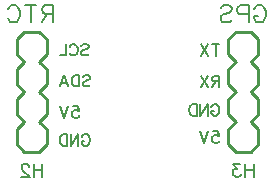
<source format=gbo>
G04 Layer: BottomSilkLayer*
G04 EasyEDA v6.2.46, 2019-12-29T14:25:18--8:00*
G04 8457726505304d7abae8730bc193fdbb,5a6822b0cf454a9ca4b08597ed48e8ef,10*
G04 Gerber Generator version 0.2*
G04 Scale: 100 percent, Rotated: No, Reflected: No *
G04 Dimensions in millimeters *
G04 leading zeros omitted , absolute positions ,3 integer and 3 decimal *
%FSLAX33Y33*%
%MOMM*%
G90*
G71D02*

%ADD10C,0.254000*%
%ADD16C,0.203200*%
%ADD17C,0.152400*%

%LPD*%
G54D10*
G01X22733Y17970D02*
G01X22098Y17335D01*
G01X22098Y16065D01*
G01X22733Y15430D01*
G01X24003Y15430D02*
G01X24638Y14795D01*
G01X24638Y13525D01*
G01X24003Y12890D01*
G01X22733Y15430D02*
G01X22098Y14795D01*
G01X22098Y13525D01*
G01X22733Y12890D01*
G01X24003Y20510D02*
G01X22733Y20510D01*
G01X24003Y12890D02*
G01X24638Y12255D01*
G01X24638Y10985D01*
G01X24003Y10350D01*
G01X22733Y12890D02*
G01X22098Y12255D01*
G01X22098Y10985D01*
G01X22733Y10350D01*
G01X24003Y10350D02*
G01X22733Y10350D01*
G01X24003Y20510D02*
G01X24638Y19875D01*
G01X24638Y18605D01*
G01X24003Y17970D01*
G01X22733Y20510D02*
G01X22098Y19875D01*
G01X22098Y18605D01*
G01X22733Y17970D01*
G01X24003Y17970D02*
G01X24638Y17335D01*
G01X24638Y16065D01*
G01X24003Y15430D01*
G01X41921Y12890D02*
G01X42556Y13525D01*
G01X42556Y14795D01*
G01X41921Y15430D01*
G01X40651Y15430D02*
G01X40016Y16065D01*
G01X40016Y17335D01*
G01X40651Y17970D01*
G01X41921Y15430D02*
G01X42556Y16065D01*
G01X42556Y17335D01*
G01X41921Y17970D01*
G01X40651Y10350D02*
G01X41921Y10350D01*
G01X40651Y17970D02*
G01X40016Y18605D01*
G01X40016Y19875D01*
G01X40651Y20510D01*
G01X41921Y17970D02*
G01X42556Y18605D01*
G01X42556Y19875D01*
G01X41921Y20510D01*
G01X40651Y20510D02*
G01X41921Y20510D01*
G01X40651Y10350D02*
G01X40016Y10985D01*
G01X40016Y12255D01*
G01X40651Y12890D01*
G01X41921Y10350D02*
G01X42556Y10985D01*
G01X42556Y12255D01*
G01X41921Y12890D01*
G01X40651Y12890D02*
G01X40016Y13525D01*
G01X40016Y14795D01*
G01X40651Y15430D01*
G54D17*
G01X24258Y9320D02*
G01X24258Y8230D01*
G01X23532Y9320D02*
G01X23532Y8230D01*
G01X24258Y8802D02*
G01X23532Y8802D01*
G01X23136Y9061D02*
G01X23136Y9114D01*
G01X23085Y9218D01*
G01X23031Y9269D01*
G01X22927Y9320D01*
G01X22722Y9320D01*
G01X22617Y9269D01*
G01X22564Y9218D01*
G01X22513Y9114D01*
G01X22513Y9010D01*
G01X22564Y8906D01*
G01X22668Y8748D01*
G01X23189Y8230D01*
G01X22460Y8230D01*
G01X42195Y9334D02*
G01X42195Y8244D01*
G01X41469Y9334D02*
G01X41469Y8244D01*
G01X42195Y8816D02*
G01X41469Y8816D01*
G01X41022Y9334D02*
G01X40450Y9334D01*
G01X40760Y8920D01*
G01X40605Y8920D01*
G01X40501Y8867D01*
G01X40450Y8816D01*
G01X40397Y8661D01*
G01X40397Y8557D01*
G01X40450Y8399D01*
G01X40554Y8295D01*
G01X40709Y8244D01*
G01X40864Y8244D01*
G01X41022Y8295D01*
G01X41073Y8348D01*
G01X41126Y8453D01*
G54D16*
G01X25175Y22733D02*
G01X25175Y21301D01*
G01X25175Y22733D02*
G01X24561Y22733D01*
G01X24357Y22664D01*
G01X24289Y22596D01*
G01X24220Y22460D01*
G01X24220Y22323D01*
G01X24289Y22187D01*
G01X24357Y22119D01*
G01X24561Y22051D01*
G01X25175Y22051D01*
G01X24698Y22051D02*
G01X24220Y21301D01*
G01X23293Y22733D02*
G01X23293Y21301D01*
G01X23770Y22733D02*
G01X22816Y22733D01*
G01X21343Y22392D02*
G01X21411Y22528D01*
G01X21548Y22664D01*
G01X21684Y22733D01*
G01X21957Y22733D01*
G01X22093Y22664D01*
G01X22229Y22528D01*
G01X22298Y22392D01*
G01X22366Y22187D01*
G01X22366Y21846D01*
G01X22298Y21642D01*
G01X22229Y21505D01*
G01X22093Y21369D01*
G01X21957Y21301D01*
G01X21684Y21301D01*
G01X21548Y21369D01*
G01X21411Y21505D01*
G01X21343Y21642D01*
G01X42179Y22392D02*
G01X42247Y22529D01*
G01X42384Y22664D01*
G01X42522Y22733D01*
G01X42793Y22733D01*
G01X42931Y22664D01*
G01X43065Y22529D01*
G01X43134Y22392D01*
G01X43202Y22186D01*
G01X43202Y21846D01*
G01X43134Y21643D01*
G01X43065Y21506D01*
G01X42931Y21369D01*
G01X42793Y21300D01*
G01X42522Y21300D01*
G01X42384Y21369D01*
G01X42247Y21506D01*
G01X42179Y21643D01*
G01X42179Y21846D01*
G01X42522Y21846D02*
G01X42179Y21846D01*
G01X41729Y22733D02*
G01X41729Y21300D01*
G01X41729Y22733D02*
G01X41117Y22733D01*
G01X40911Y22664D01*
G01X40843Y22595D01*
G01X40774Y22461D01*
G01X40774Y22255D01*
G01X40843Y22120D01*
G01X40911Y22052D01*
G01X41117Y21983D01*
G01X41729Y21983D01*
G01X39370Y22529D02*
G01X39507Y22664D01*
G01X39712Y22733D01*
G01X39984Y22733D01*
G01X40190Y22664D01*
G01X40325Y22529D01*
G01X40325Y22392D01*
G01X40256Y22255D01*
G01X40190Y22186D01*
G01X40053Y22120D01*
G01X39644Y21983D01*
G01X39507Y21915D01*
G01X39438Y21846D01*
G01X39370Y21709D01*
G01X39370Y21506D01*
G01X39507Y21369D01*
G01X39712Y21300D01*
G01X39984Y21300D01*
G01X40190Y21369D01*
G01X40325Y21506D01*
G01X27561Y19331D02*
G01X27653Y19423D01*
G01X27790Y19469D01*
G01X27973Y19469D01*
G01X28107Y19423D01*
G01X28199Y19331D01*
G01X28199Y19240D01*
G01X28153Y19149D01*
G01X28107Y19105D01*
G01X28016Y19060D01*
G01X27744Y18968D01*
G01X27653Y18923D01*
G01X27607Y18877D01*
G01X27561Y18785D01*
G01X27561Y18651D01*
G01X27653Y18559D01*
G01X27790Y18514D01*
G01X27973Y18514D01*
G01X28107Y18559D01*
G01X28199Y18651D01*
G01X26581Y19240D02*
G01X26626Y19331D01*
G01X26718Y19423D01*
G01X26807Y19469D01*
G01X26990Y19469D01*
G01X27081Y19423D01*
G01X27173Y19331D01*
G01X27216Y19240D01*
G01X27261Y19105D01*
G01X27261Y18877D01*
G01X27216Y18740D01*
G01X27173Y18651D01*
G01X27081Y18559D01*
G01X26990Y18514D01*
G01X26807Y18514D01*
G01X26718Y18559D01*
G01X26626Y18651D01*
G01X26581Y18740D01*
G01X26281Y19469D02*
G01X26281Y18514D01*
G01X26281Y18514D02*
G01X25735Y18514D01*
G01X27698Y16695D02*
G01X27790Y16786D01*
G01X27927Y16830D01*
G01X28110Y16830D01*
G01X28244Y16786D01*
G01X28336Y16695D01*
G01X28336Y16604D01*
G01X28290Y16512D01*
G01X28244Y16466D01*
G01X28153Y16421D01*
G01X27881Y16332D01*
G01X27790Y16286D01*
G01X27744Y16240D01*
G01X27698Y16149D01*
G01X27698Y16012D01*
G01X27790Y15920D01*
G01X27927Y15877D01*
G01X28110Y15877D01*
G01X28244Y15920D01*
G01X28336Y16012D01*
G01X27399Y16830D02*
G01X27399Y15877D01*
G01X27399Y16830D02*
G01X27081Y16830D01*
G01X26944Y16786D01*
G01X26855Y16695D01*
G01X26809Y16604D01*
G01X26764Y16466D01*
G01X26764Y16240D01*
G01X26809Y16103D01*
G01X26855Y16012D01*
G01X26944Y15920D01*
G01X27081Y15877D01*
G01X27399Y15877D01*
G01X26101Y16830D02*
G01X26464Y15877D01*
G01X26101Y16830D02*
G01X25735Y15877D01*
G01X26327Y16195D02*
G01X25872Y16195D01*
G01X26852Y14193D02*
G01X27307Y14193D01*
G01X27353Y13784D01*
G01X27307Y13830D01*
G01X27172Y13876D01*
G01X27035Y13876D01*
G01X26898Y13830D01*
G01X26807Y13738D01*
G01X26761Y13601D01*
G01X26761Y13512D01*
G01X26807Y13375D01*
G01X26898Y13284D01*
G01X27035Y13238D01*
G01X27172Y13238D01*
G01X27307Y13284D01*
G01X27353Y13329D01*
G01X27399Y13421D01*
G01X26461Y14193D02*
G01X26098Y13238D01*
G01X25735Y14193D02*
G01X26098Y13238D01*
G01X27609Y11582D02*
G01X27653Y11673D01*
G01X27744Y11765D01*
G01X27835Y11811D01*
G01X28018Y11811D01*
G01X28107Y11765D01*
G01X28199Y11673D01*
G01X28244Y11582D01*
G01X28290Y11447D01*
G01X28290Y11219D01*
G01X28244Y11082D01*
G01X28199Y10993D01*
G01X28107Y10901D01*
G01X28018Y10855D01*
G01X27835Y10855D01*
G01X27744Y10901D01*
G01X27653Y10993D01*
G01X27609Y11082D01*
G01X27609Y11219D01*
G01X27835Y11219D02*
G01X27609Y11219D01*
G01X27307Y11811D02*
G01X27307Y10855D01*
G01X27307Y11811D02*
G01X26672Y10855D01*
G01X26672Y11811D02*
G01X26672Y10855D01*
G01X26372Y11811D02*
G01X26372Y10855D01*
G01X26372Y11811D02*
G01X26055Y11811D01*
G01X25918Y11765D01*
G01X25826Y11673D01*
G01X25781Y11582D01*
G01X25735Y11447D01*
G01X25735Y11219D01*
G01X25781Y11082D01*
G01X25826Y10993D01*
G01X25918Y10901D01*
G01X26055Y10855D01*
G01X26372Y10855D01*
G01X38940Y19431D02*
G01X38940Y18475D01*
G01X39258Y19431D02*
G01X38620Y19431D01*
G01X38320Y19431D02*
G01X37685Y18475D01*
G01X37685Y19431D02*
G01X38320Y18475D01*
G01X39258Y16764D02*
G01X39258Y15808D01*
G01X39258Y16764D02*
G01X38849Y16764D01*
G01X38712Y16718D01*
G01X38666Y16672D01*
G01X38620Y16581D01*
G01X38620Y16489D01*
G01X38666Y16400D01*
G01X38712Y16355D01*
G01X38849Y16309D01*
G01X39258Y16309D01*
G01X38940Y16309D02*
G01X38620Y15808D01*
G01X38320Y16764D02*
G01X37685Y15808D01*
G01X37685Y16764D02*
G01X38320Y15808D01*
G01X38577Y14122D02*
G01X38620Y14213D01*
G01X38712Y14305D01*
G01X38803Y14351D01*
G01X38986Y14351D01*
G01X39075Y14305D01*
G01X39166Y14213D01*
G01X39212Y14122D01*
G01X39258Y13987D01*
G01X39258Y13759D01*
G01X39212Y13622D01*
G01X39166Y13533D01*
G01X39075Y13441D01*
G01X38986Y13395D01*
G01X38803Y13395D01*
G01X38712Y13441D01*
G01X38620Y13533D01*
G01X38577Y13622D01*
G01X38577Y13759D01*
G01X38803Y13759D02*
G01X38577Y13759D01*
G01X38275Y14351D02*
G01X38275Y13395D01*
G01X38275Y14351D02*
G01X37640Y13395D01*
G01X37640Y14351D02*
G01X37640Y13395D01*
G01X37340Y14351D02*
G01X37340Y13395D01*
G01X37340Y14351D02*
G01X37023Y14351D01*
G01X36885Y14305D01*
G01X36794Y14213D01*
G01X36748Y14122D01*
G01X36703Y13987D01*
G01X36703Y13759D01*
G01X36748Y13622D01*
G01X36794Y13533D01*
G01X36885Y13441D01*
G01X37023Y13395D01*
G01X37340Y13395D01*
G01X38712Y12064D02*
G01X39166Y12064D01*
G01X39212Y11656D01*
G01X39166Y11701D01*
G01X39032Y11744D01*
G01X38895Y11744D01*
G01X38757Y11701D01*
G01X38666Y11610D01*
G01X38620Y11473D01*
G01X38620Y11381D01*
G01X38666Y11247D01*
G01X38757Y11155D01*
G01X38895Y11109D01*
G01X39032Y11109D01*
G01X39166Y11155D01*
G01X39212Y11201D01*
G01X39258Y11292D01*
G01X38321Y12064D02*
G01X37957Y11109D01*
G01X37594Y12064D02*
G01X37957Y11109D01*
M00*
M02*

</source>
